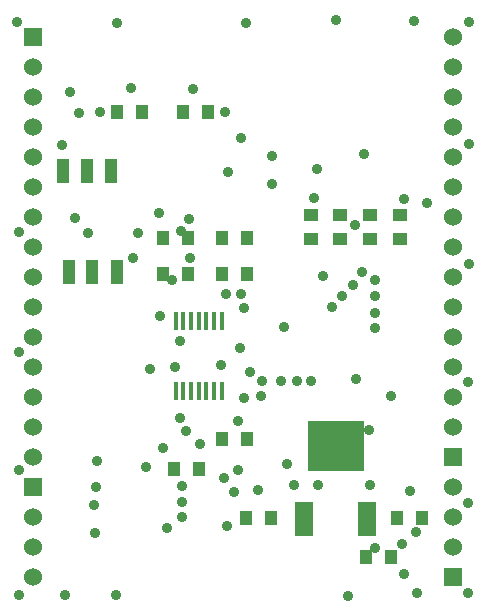
<source format=gbs>
G04 (created by PCBNEW (2013-07-07 BZR 4022)-stable) date 2015/11/30 22:46:21*
%MOIN*%
G04 Gerber Fmt 3.4, Leading zero omitted, Abs format*
%FSLAX34Y34*%
G01*
G70*
G90*
G04 APERTURE LIST*
%ADD10C,0.00590551*%
%ADD11R,0.0629921X0.11811*%
%ADD12R,0.19X0.165*%
%ADD13R,0.06X0.06*%
%ADD14C,0.06*%
%ADD15R,0.0393701X0.045*%
%ADD16R,0.045X0.0393701*%
%ADD17R,0.0165X0.0629921*%
%ADD18R,0.0393701X0.0787402*%
%ADD19C,0.035*%
G04 APERTURE END LIST*
G54D10*
G54D11*
X48144Y-40055D03*
X46029Y-40055D03*
G54D12*
X47086Y-37639D03*
G54D13*
X51000Y-38000D03*
G54D14*
X51000Y-37000D03*
X51000Y-36000D03*
X51000Y-35000D03*
X51000Y-34000D03*
X51000Y-33000D03*
X51000Y-32000D03*
X51000Y-31000D03*
X51000Y-30000D03*
X51000Y-29000D03*
X51000Y-28000D03*
X51000Y-27000D03*
X51000Y-26000D03*
X51000Y-25000D03*
X51000Y-24000D03*
G54D13*
X37000Y-24000D03*
G54D14*
X37000Y-25000D03*
X37000Y-26000D03*
X37000Y-27000D03*
X37000Y-28000D03*
X37000Y-29000D03*
X37000Y-30000D03*
X37000Y-31000D03*
X37000Y-32000D03*
X37000Y-33000D03*
X37000Y-34000D03*
X37000Y-35000D03*
X37000Y-36000D03*
X37000Y-37000D03*
X37000Y-38000D03*
G54D15*
X48110Y-41338D03*
X48937Y-41338D03*
X43307Y-37401D03*
X44133Y-37401D03*
X43307Y-31889D03*
X44133Y-31889D03*
X40629Y-26496D03*
X39803Y-26496D03*
X42007Y-26496D03*
X42834Y-26496D03*
G54D16*
X46259Y-29921D03*
X46259Y-30748D03*
X47244Y-29921D03*
X47244Y-30748D03*
X48228Y-29921D03*
X48228Y-30748D03*
X49212Y-29921D03*
X49212Y-30748D03*
G54D15*
X49133Y-40039D03*
X49960Y-40039D03*
X42519Y-38385D03*
X41692Y-38385D03*
X43307Y-30708D03*
X44133Y-30708D03*
X41338Y-30708D03*
X42165Y-30708D03*
X41338Y-31889D03*
X42165Y-31889D03*
X44921Y-40039D03*
X44094Y-40039D03*
G54D17*
X42519Y-35787D03*
X42263Y-35787D03*
X42007Y-35787D03*
X41751Y-35787D03*
X41751Y-33464D03*
X43287Y-35787D03*
X43031Y-35787D03*
X42775Y-35787D03*
X42007Y-33464D03*
X42263Y-33464D03*
X42519Y-33464D03*
X42775Y-33464D03*
X43031Y-33464D03*
X43287Y-33464D03*
G54D13*
X51000Y-42000D03*
G54D14*
X51000Y-41000D03*
X51000Y-40000D03*
X51000Y-39000D03*
G54D13*
X37000Y-39000D03*
G54D14*
X37000Y-40000D03*
X37000Y-41000D03*
X37000Y-42000D03*
G54D18*
X38779Y-28464D03*
X39606Y-28464D03*
X37992Y-28464D03*
X38976Y-31850D03*
X39803Y-31850D03*
X38188Y-31850D03*
G54D19*
X43385Y-26496D03*
X49566Y-39133D03*
X43818Y-38425D03*
X44488Y-39094D03*
X48385Y-41023D03*
X43267Y-34921D03*
X44015Y-36023D03*
X50118Y-29527D03*
X41614Y-32086D03*
X40511Y-30551D03*
X44015Y-33031D03*
X43937Y-32559D03*
X48937Y-35984D03*
X43897Y-34370D03*
X43425Y-32559D03*
X37952Y-27598D03*
X38228Y-25826D03*
X40314Y-31377D03*
X41889Y-36692D03*
X42086Y-37125D03*
X41968Y-40000D03*
X45708Y-38937D03*
X46496Y-38937D03*
X39094Y-39015D03*
X49370Y-41889D03*
X41968Y-38976D03*
X41338Y-37716D03*
X40905Y-35078D03*
X41968Y-39488D03*
X43503Y-28503D03*
X46456Y-28385D03*
X38543Y-26535D03*
X43937Y-27362D03*
X46657Y-31964D03*
X47952Y-31850D03*
X47755Y-35393D03*
X44606Y-35984D03*
X49370Y-29409D03*
X46377Y-29370D03*
X36456Y-23503D03*
X39803Y-23543D03*
X44094Y-23543D03*
X47086Y-23425D03*
X49685Y-23464D03*
X51535Y-23503D03*
X38070Y-42598D03*
X36535Y-42598D03*
X36535Y-38425D03*
X36535Y-34488D03*
X36535Y-30511D03*
X47480Y-42637D03*
X49803Y-42519D03*
X51496Y-42519D03*
X51496Y-39527D03*
X51496Y-35511D03*
X51535Y-31574D03*
X51535Y-27559D03*
X39763Y-42598D03*
X43346Y-38700D03*
X42559Y-37559D03*
X43818Y-36811D03*
X41456Y-40354D03*
X43464Y-40314D03*
X39212Y-26496D03*
X41929Y-30472D03*
X39055Y-40551D03*
X39015Y-39606D03*
X39133Y-38149D03*
X49763Y-40511D03*
X49291Y-40905D03*
X48228Y-38937D03*
X45472Y-38228D03*
X43700Y-39173D03*
X41732Y-35000D03*
X48188Y-37086D03*
X45354Y-33661D03*
X41181Y-29881D03*
X42244Y-31377D03*
X41889Y-34133D03*
X44212Y-35157D03*
X47716Y-30275D03*
X41220Y-33307D03*
X44960Y-28897D03*
X44960Y-27952D03*
X48031Y-27913D03*
X42204Y-30078D03*
X40748Y-38346D03*
X46259Y-35472D03*
X48385Y-33700D03*
X46968Y-32992D03*
X42322Y-25748D03*
X38818Y-30551D03*
X40275Y-25708D03*
X38385Y-30039D03*
X44645Y-35472D03*
X48385Y-32086D03*
X47677Y-32283D03*
X48385Y-32637D03*
X45275Y-35472D03*
X45787Y-35472D03*
X48385Y-33188D03*
X47283Y-32637D03*
M02*

</source>
